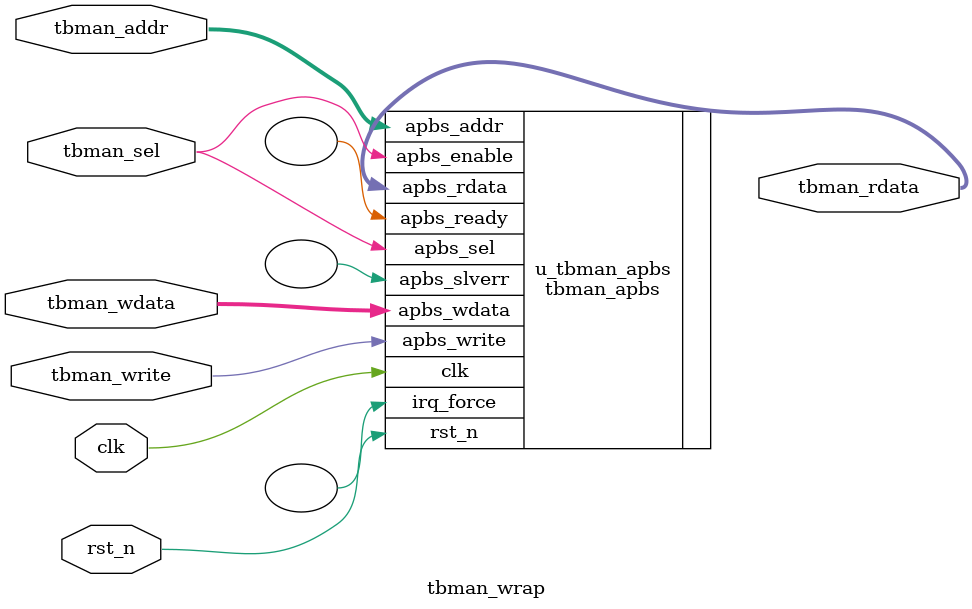
<source format=v>

module tbman_wrap (
    input wire clk,
    input wire rst_n,

    // Native Port
    input wire tbman_sel,  // High Active
    input wire tbman_write, // Write : 1, Read : 0
    input wire [15:0] tbman_addr,
    input wire [31:0] tbman_wdata,
    output wire [31:0] tbman_rdata
);

    tbman_apbs u_tbman_apbs (
        .clk          (clk),
        .rst_n        (rst_n),

        .apbs_sel    (tbman_sel),
        .apbs_enable (tbman_sel),
        .apbs_write  (tbman_write),
        .apbs_addr   (tbman_addr),
        .apbs_wdata  (tbman_wdata),
        .apbs_rdata  (tbman_rdata),
        .apbs_ready  (),
        .apbs_slverr (),

        .irq_force ()
    );

endmodule

</source>
